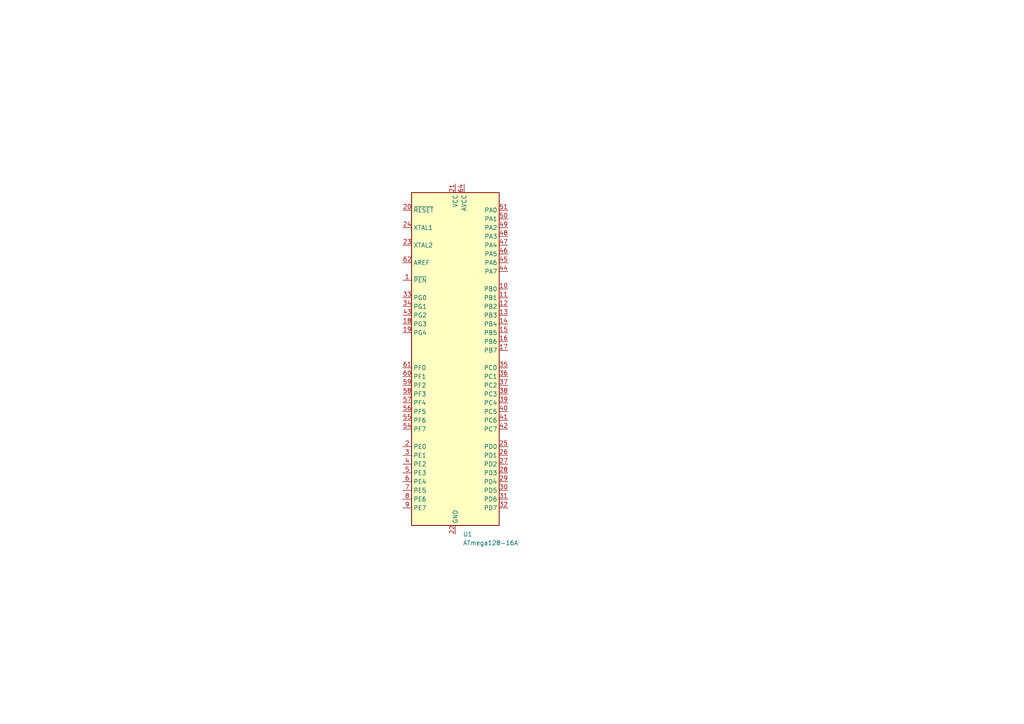
<source format=kicad_sch>
(kicad_sch (version 20230121) (generator eeschema)
  (paper "A4")
  (lib_symbols
    (symbol "MCU_Microchip_ATmega:ATmega128-16A"
      (property "Reference" "U" (at -12.7 49.53 0))
      (property "Value" "ATmega128-16A" (at 2.54 -49.53 0))
      (symbol "ATmega128-16A_0_1"
        (rectangle (start -12.7 -48.26) (end 12.7 48.26) (stroke (width 0.254)) (fill (type background)))
      )
      (symbol "ATmega128-16A_1_1"
        (pin input line (at -15.24 22.86 0) (length 2.54) (name "~{PEN}") (number "1"))
        (pin bidirectional line (at 15.24 20.32 180) (length 2.54) (name "PB0") (number "10"))
        (pin bidirectional line (at 15.24 17.78 180) (length 2.54) (name "PB1") (number "11"))
        (pin bidirectional line (at 15.24 15.24 180) (length 2.54) (name "PB2") (number "12"))
        (pin bidirectional line (at 15.24 12.7 180) (length 2.54) (name "PB3") (number "13"))
        (pin bidirectional line (at 15.24 10.16 180) (length 2.54) (name "PB4") (number "14"))
        (pin bidirectional line (at 15.24 7.62 180) (length 2.54) (name "PB5") (number "15"))
        (pin bidirectional line (at 15.24 5.08 180) (length 2.54) (name "PB6") (number "16"))
        (pin bidirectional line (at 15.24 2.54 180) (length 2.54) (name "PB7") (number "17"))
        (pin bidirectional line (at -15.24 10.16 0) (length 2.54) (name "PG3") (number "18"))
        (pin bidirectional line (at -15.24 7.62 0) (length 2.54) (name "PG4") (number "19"))
        (pin bidirectional line (at -15.24 -25.4 0) (length 2.54) (name "PE0") (number "2"))
        (pin input line (at -15.24 43.18 0) (length 2.54) (name "~{RESET}") (number "20"))
        (pin power_in line (at 0 50.8 270) (length 2.54) (name "VCC") (number "21"))
        (pin power_in line (at 0 -50.8 90) (length 2.54) (name "GND") (number "22"))
        (pin output line (at -15.24 33.02 0) (length 2.54) (name "XTAL2") (number "23"))
        (pin input line (at -15.24 38.1 0) (length 2.54) (name "XTAL1") (number "24"))
        (pin bidirectional line (at 15.24 -25.4 180) (length 2.54) (name "PD0") (number "25"))
        (pin bidirectional line (at 15.24 -27.94 180) (length 2.54) (name "PD1") (number "26"))
        (pin bidirectional line (at 15.24 -30.48 180) (length 2.54) (name "PD2") (number "27"))
        (pin bidirectional line (at 15.24 -33.02 180) (length 2.54) (name "PD3") (number "28"))
        (pin bidirectional line (at 15.24 -35.56 180) (length 2.54) (name "PD4") (number "29"))
        (pin bidirectional line (at -15.24 -27.94 0) (length 2.54) (name "PE1") (number "3"))
        (pin bidirectional line (at 15.24 -38.1 180) (length 2.54) (name "PD5") (number "30"))
        (pin bidirectional line (at 15.24 -40.64 180) (length 2.54) (name "PD6") (number "31"))
        (pin bidirectional line (at 15.24 -43.18 180) (length 2.54) (name "PD7") (number "32"))
        (pin bidirectional line (at -15.24 17.78 0) (length 2.54) (name "PG0") (number "33"))
        (pin bidirectional line (at -15.24 15.24 0) (length 2.54) (name "PG1") (number "34"))
        (pin bidirectional line (at 15.24 -2.54 180) (length 2.54) (name "PC0") (number "35"))
        (pin bidirectional line (at 15.24 -5.08 180) (length 2.54) (name "PC1") (number "36"))
        (pin bidirectional line (at 15.24 -7.62 180) (length 2.54) (name "PC2") (number "37"))
        (pin bidirectional line (at 15.24 -10.16 180) (length 2.54) (name "PC3") (number "38"))
        (pin bidirectional line (at 15.24 -12.7 180) (length 2.54) (name "PC4") (number "39"))
        (pin bidirectional line (at -15.24 -30.48 0) (length 2.54) (name "PE2") (number "4"))
        (pin bidirectional line (at 15.24 -15.24 180) (length 2.54) (name "PC5") (number "40"))
        (pin bidirectional line (at 15.24 -17.78 180) (length 2.54) (name "PC6") (number "41"))
        (pin bidirectional line (at 15.24 -20.32 180) (length 2.54) (name "PC7") (number "42"))
        (pin bidirectional line (at -15.24 12.7 0) (length 2.54) (name "PG2") (number "43"))
        (pin bidirectional line (at 15.24 25.4 180) (length 2.54) (name "PA7") (number "44"))
        (pin bidirectional line (at 15.24 27.94 180) (length 2.54) (name "PA6") (number "45"))
        (pin bidirectional line (at 15.24 30.48 180) (length 2.54) (name "PA5") (number "46"))
        (pin bidirectional line (at 15.24 33.02 180) (length 2.54) (name "PA4") (number "47"))
        (pin bidirectional line (at 15.24 35.56 180) (length 2.54) (name "PA3") (number "48"))
        (pin bidirectional line (at 15.24 38.1 180) (length 2.54) (name "PA2") (number "49"))
        (pin bidirectional line (at -15.24 -33.02 0) (length 2.54) (name "PE3") (number "5"))
        (pin bidirectional line (at 15.24 40.64 180) (length 2.54) (name "PA1") (number "50"))
        (pin bidirectional line (at 15.24 43.18 180) (length 2.54) (name "PA0") (number "51"))
        (pin passive line (at 0 50.8 270) (length 2.54) hide (name "VCC") (number "52"))
        (pin passive line (at 0 -50.8 90) (length 2.54) hide (name "GND") (number "53"))
        (pin bidirectional line (at -15.24 -20.32 0) (length 2.54) (name "PF7") (number "54"))
        (pin bidirectional line (at -15.24 -17.78 0) (length 2.54) (name "PF6") (number "55"))
        (pin bidirectional line (at -15.24 -15.24 0) (length 2.54) (name "PF5") (number "56"))
        (pin bidirectional line (at -15.24 -12.7 0) (length 2.54) (name "PF4") (number "57"))
        (pin bidirectional line (at -15.24 -10.16 0) (length 2.54) (name "PF3") (number "58"))
        (pin bidirectional line (at -15.24 -7.62 0) (length 2.54) (name "PF2") (number "59"))
        (pin bidirectional line (at -15.24 -35.56 0) (length 2.54) (name "PE4") (number "6"))
        (pin bidirectional line (at -15.24 -5.08 0) (length 2.54) (name "PF1") (number "60"))
        (pin bidirectional line (at -15.24 -2.54 0) (length 2.54) (name "PF0") (number "61"))
        (pin passive line (at -15.24 27.94 0) (length 2.54) (name "AREF") (number "62"))
        (pin passive line (at 0 -50.8 90) (length 2.54) hide (name "GND") (number "63"))
        (pin power_in line (at 2.54 50.8 270) (length 2.54) (name "AVCC") (number "64"))
        (pin bidirectional line (at -15.24 -38.1 0) (length 2.54) (name "PE5") (number "7"))
        (pin bidirectional line (at -15.24 -40.64 0) (length 2.54) (name "PE6") (number "8"))
        (pin bidirectional line (at -15.24 -43.18 0) (length 2.54) (name "PE7") (number "9"))
      )
    )
  )
  (symbol (lib_id "MCU_Microchip_ATmega:ATmega128-16A") (at 132.08 104.14 0) (unit 1)
    (property "Reference" "U1" (at 134.2741 154.94 0) (effects (justify left)))
    (property "Value" "ATmega128-16A" (at 134.2741 157.48 0) (effects (justify left)))
    (property "Footprint" "Package_QFP:TQFP-64_14x14mm_P0.8mm" (effects hide))
    (property "Datasheet" "http://ww1.microchip.com/downloads/en/DeviceDoc/doc2467.pdf" (effects hide))
  )
)
</source>
